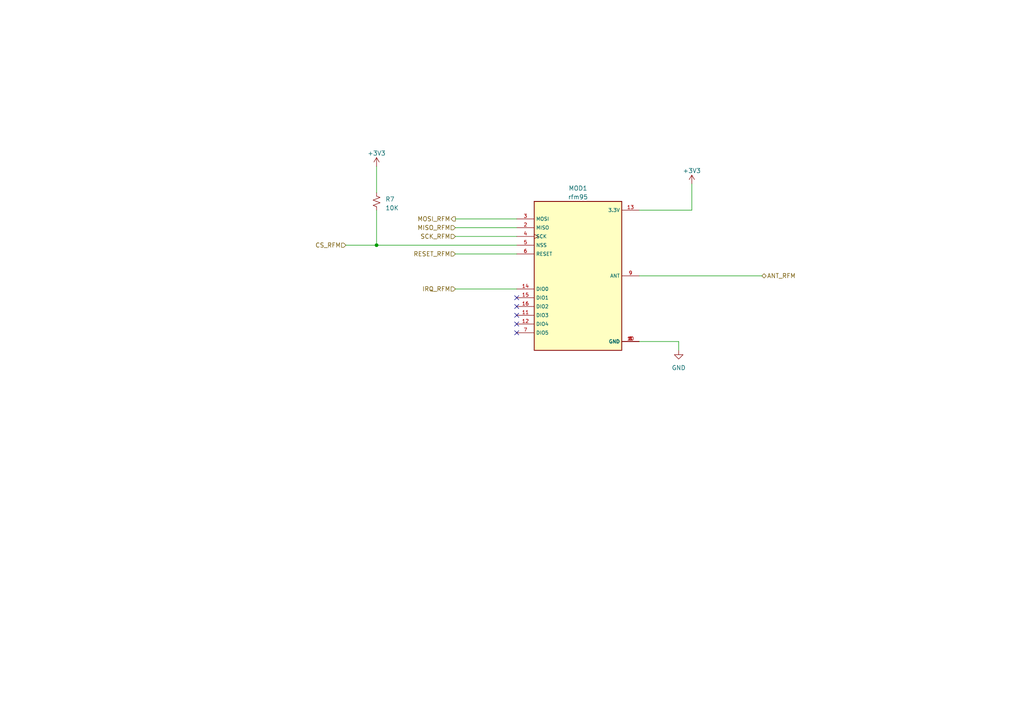
<source format=kicad_sch>
(kicad_sch (version 20210406) (generator eeschema)
  (paper "A4")
  (lib_symbols
    (symbol "Device:R_Small_US" (pin_numbers hide) (pin_names (offset 0.254) hide)
      (property "Reference" "R" (at 0.762 0.508 0))
      (property "Value" "R_Small_US" (at 0.762 -1.016 0))
      (symbol "R_Small_US_1_1"
        (polyline (pts (xy 0 0) (xy 1.016 -0.381) (xy 0 -0.762) (xy -1.016 -1.143) (xy 0 -1.524)))
        (polyline (pts (xy 0 1.524) (xy 1.016 1.143) (xy 0 0.762) (xy -1.016 0.381) (xy 0 0)))
        (pin passive line (at 0 2.54 270) (length 1.016) (name "~") (number "1"))
        (pin passive line (at 0 -2.54 90) (length 1.016) (name "~") (number "2"))
      )
    )
    (symbol "modulles:rfm95"
      (property "Reference" "MOD" (at -12.7 20.32 0))
      (property "Value" "rfm95" (at -11.43 -20.32 0))
      (symbol "rfm95_0_0"
        (rectangle (start -15.24 -21.59) (end 10.16 21.59) (stroke (width 0.254)) (fill (type background)))
        (pin power_in line (at 15.24 -19.05 180) (length 5.08) (name "GND") (number "1"))
        (pin power_in line (at 15.24 -19.05 180) (length 5.08) (name "GND") (number "10"))
        (pin bidirectional line (at -20.32 -11.43 0) (length 5.08) (name "DIO3") (number "11"))
        (pin bidirectional line (at -20.32 -13.97 0) (length 5.08) (name "DIO4") (number "12"))
        (pin power_in line (at 15.24 19.05 180) (length 5.08) (name "3.3V") (number "13"))
        (pin bidirectional line (at -20.32 -3.81 0) (length 5.08) (name "DIO0") (number "14"))
        (pin bidirectional line (at -20.32 -6.35 0) (length 5.08) (name "DIO1") (number "15"))
        (pin bidirectional line (at -20.32 -8.89 0) (length 5.08) (name "DIO2") (number "16"))
        (pin input line (at -20.32 13.97 0) (length 5.08) (name "MISO") (number "2"))
        (pin output line (at -20.32 16.51 0) (length 5.08) (name "MOSI") (number "3"))
        (pin input clock (at -20.32 11.43 0) (length 5.08) (name "SCK") (number "4"))
        (pin input line (at -20.32 8.89 0) (length 5.08) (name "NSS") (number "5"))
        (pin bidirectional line (at -20.32 6.35 0) (length 5.08) (name "RESET") (number "6"))
        (pin bidirectional line (at -20.32 -16.51 0) (length 5.08) (name "DIO5") (number "7"))
        (pin power_in line (at 15.24 -19.05 180) (length 5.08) (name "GND") (number "8"))
        (pin bidirectional line (at 15.24 0 180) (length 5.08) (name "ANT") (number "9"))
      )
    )
    (symbol "power:+3V3" (power) (pin_names (offset 0))
      (property "Value" "+3V3" (at 0 3.556 0))
      (symbol "+3V3_0_1"
        (polyline (pts (xy -0.762 1.27) (xy 0 2.54)))
        (polyline (pts (xy 0 0) (xy 0 2.54)))
        (polyline (pts (xy 0 2.54) (xy 0.762 1.27)))
      )
      (symbol "+3V3_1_1"
        (pin power_in line (at 0 0 90) (length 0) hide (name "+3V3") (number "1"))
      )
    )
    (symbol "power:GND" (power) (pin_names (offset 0))
      (property "Value" "GND" (at 0 -3.81 0))
      (symbol "GND_0_1"
        (polyline (pts (xy 0 0) (xy 0 -1.27) (xy 1.27 -1.27) (xy 0 -2.54) (xy -1.27 -1.27) (xy 0 -1.27)))
      )
      (symbol "GND_1_1"
        (pin power_in line (at 0 0 270) (length 0) hide (name "GND") (number "1"))
      )
    )
  )
  (junction (at 109.22 71.12) (diameter 0.9144))
  (no_connect (at 149.86 86.36))
  (no_connect (at 149.86 88.9))
  (no_connect (at 149.86 91.44))
  (no_connect (at 149.86 93.98))
  (no_connect (at 149.86 96.52))
  (wire (pts (xy 100.33 71.12) (xy 109.22 71.12)))
  (wire (pts (xy 109.22 48.26) (xy 109.22 55.88)))
  (wire (pts (xy 109.22 60.96) (xy 109.22 71.12)))
  (wire (pts (xy 109.22 71.12) (xy 149.86 71.12)))
  (wire (pts (xy 132.08 63.5) (xy 149.86 63.5)))
  (wire (pts (xy 132.08 66.04) (xy 149.86 66.04)))
  (wire (pts (xy 132.08 68.58) (xy 149.86 68.58)))
  (wire (pts (xy 132.08 73.66) (xy 149.86 73.66)))
  (wire (pts (xy 132.08 83.82) (xy 149.86 83.82)))
  (wire (pts (xy 185.42 60.96) (xy 200.66 60.96)))
  (wire (pts (xy 185.42 80.01) (xy 220.98 80.01)))
  (wire (pts (xy 185.42 99.06) (xy 196.85 99.06)))
  (wire (pts (xy 196.85 99.06) (xy 196.85 101.6)))
  (wire (pts (xy 200.66 53.34) (xy 200.66 60.96)))
  (hierarchical_label "CS_RFM" (shape input) (at 100.33 71.12 180))
  (hierarchical_label "MOSI_RFM" (shape output) (at 132.08 63.5 180))
  (hierarchical_label "MISO_RFM" (shape input) (at 132.08 66.04 180))
  (hierarchical_label "SCK_RFM" (shape input) (at 132.08 68.58 180))
  (hierarchical_label "RESET_RFM" (shape input) (at 132.08 73.66 180))
  (hierarchical_label "IRQ_RFM" (shape input) (at 132.08 83.82 180))
  (hierarchical_label "ANT_RFM" (shape bidirectional) (at 220.98 80.01 0))
  (symbol (lib_id "power:+3V3") (at 109.22 48.26 0) (unit 1)
    (property "Reference" "#PWR0144" (effects hide))
    (property "Value" "+3V3" (at 109.22 44.45 0))
  )
  (symbol (lib_id "power:+3V3") (at 200.66 53.34 0) (unit 1)
    (property "Reference" "#PWR0146" (effects hide))
    (property "Value" "+3V3" (at 200.66 49.53 0))
  )
  (symbol (lib_id "power:GND") (at 196.85 101.6 0) (unit 1)
    (property "Reference" "#PWR0145" (effects hide))
    (property "Value" "GND" (at 196.85 106.68 0))
  )
  (symbol (lib_id "Device:R_Small_US") (at 109.22 58.42 0) (unit 1)
    (property "Reference" "R7" (at 111.76 57.7849 0) (effects (justify left)))
    (property "Value" "10K" (at 111.76 60.3249 0) (effects (justify left)))
    (property "Footprint" "vanalles:0603" (effects hide))
  )
  (symbol (lib_id "modulles:rfm95") (at 170.18 80.01 0) (unit 1)
    (property "Reference" "MOD1" (at 167.64 54.61 0))
    (property "Value" "rfm95" (at 167.64 57.15 0))
    (property "Footprint" "Module:RFM69HW" (effects hide))
  )
)
</source>
